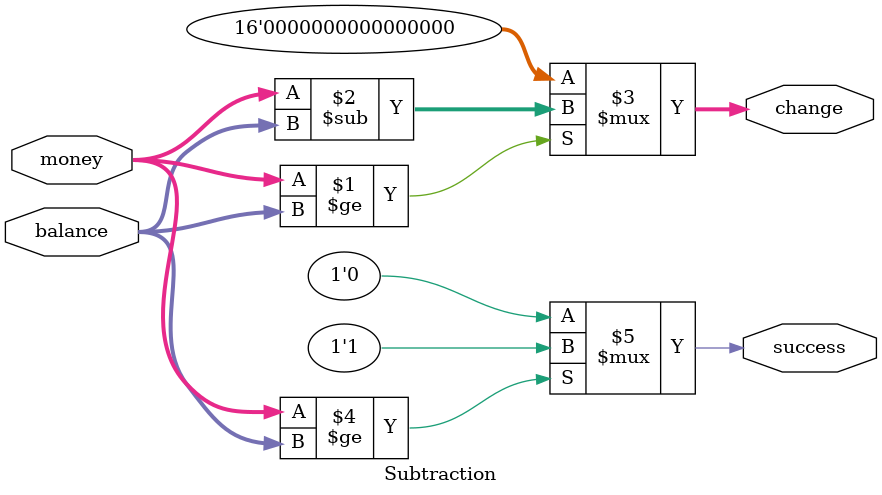
<source format=v>
`timescale 1ns / 1ps


module Subtraction (
    input [15:0] money, 
    input [15:0] balance, 
    output wire [15:0] change,
    output wire success
);

assign change = (money >= balance) ? (money - balance) : 16'h0;
assign success = (money >= balance) ? 1'b1 : 1'b0;

endmodule

</source>
